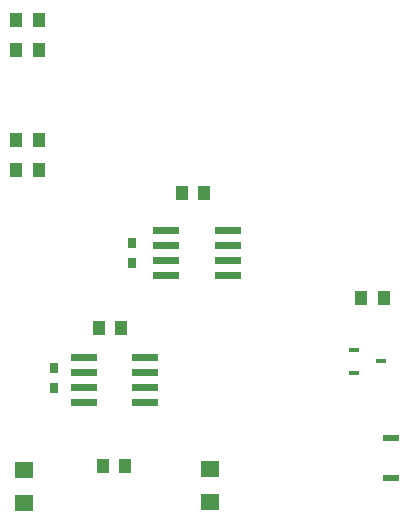
<source format=gbr>
G04 DipTrace 2.4.0.2*
%INToasty_TopPaste.gbr*%
%MOIN*%
%ADD46R,0.0333X0.0176*%
%ADD54R,0.055X0.0235*%
%ADD56R,0.0629X0.055*%
%ADD58R,0.0432X0.0511*%
%ADD60R,0.0314X0.0353*%
%FSLAX44Y44*%
G04*
G70*
G90*
G75*
G01*
%LNTopPaste*%
%LPD*%
D60*
X7659Y10591D3*
Y11260D3*
D58*
X10073Y12925D3*
X9325D3*
D60*
X5053Y6449D3*
Y7118D3*
D58*
X7301Y8449D3*
X6553D3*
X3801Y18699D3*
X4549D3*
D56*
X4051Y2596D3*
Y3699D3*
X10250Y2648D3*
Y3750D3*
D58*
X3801Y14699D3*
X4549D3*
D54*
X16301Y3449D3*
Y4787D3*
G36*
X9234Y11581D2*
Y11817D1*
X8368D1*
Y11581D1*
X9234D1*
G37*
G36*
Y11081D2*
Y11317D1*
X8368D1*
Y11081D1*
X9234D1*
G37*
G36*
Y10581D2*
Y10817D1*
X8368D1*
Y10581D1*
X9234D1*
G37*
G36*
Y10081D2*
Y10317D1*
X8368D1*
Y10081D1*
X9234D1*
G37*
G36*
X11281D2*
Y10317D1*
X10415D1*
Y10081D1*
X11281D1*
G37*
G36*
Y10581D2*
Y10817D1*
X10415D1*
Y10581D1*
X11281D1*
G37*
G36*
Y11081D2*
Y11317D1*
X10415D1*
Y11081D1*
X11281D1*
G37*
G36*
Y11581D2*
Y11817D1*
X10415D1*
Y11581D1*
X11281D1*
G37*
G36*
X6486Y7331D2*
Y7567D1*
X5620D1*
Y7331D1*
X6486D1*
G37*
G36*
Y6831D2*
Y7067D1*
X5620D1*
Y6831D1*
X6486D1*
G37*
G36*
Y6331D2*
Y6567D1*
X5620D1*
Y6331D1*
X6486D1*
G37*
G36*
Y5831D2*
Y6067D1*
X5620D1*
Y5831D1*
X6486D1*
G37*
G36*
X8533D2*
Y6067D1*
X7667D1*
Y5831D1*
X8533D1*
G37*
G36*
Y6331D2*
Y6567D1*
X7667D1*
Y6331D1*
X8533D1*
G37*
G36*
Y6831D2*
Y7067D1*
X7667D1*
Y6831D1*
X8533D1*
G37*
G36*
Y7331D2*
Y7567D1*
X7667D1*
Y7331D1*
X8533D1*
G37*
D46*
X15051Y7699D3*
Y6951D3*
X15957Y7325D3*
D58*
X4549Y13699D3*
X3801D3*
X6677Y3825D3*
X7425D3*
X4551Y17699D3*
X3803D3*
X15301Y9449D3*
X16049D3*
M02*

</source>
